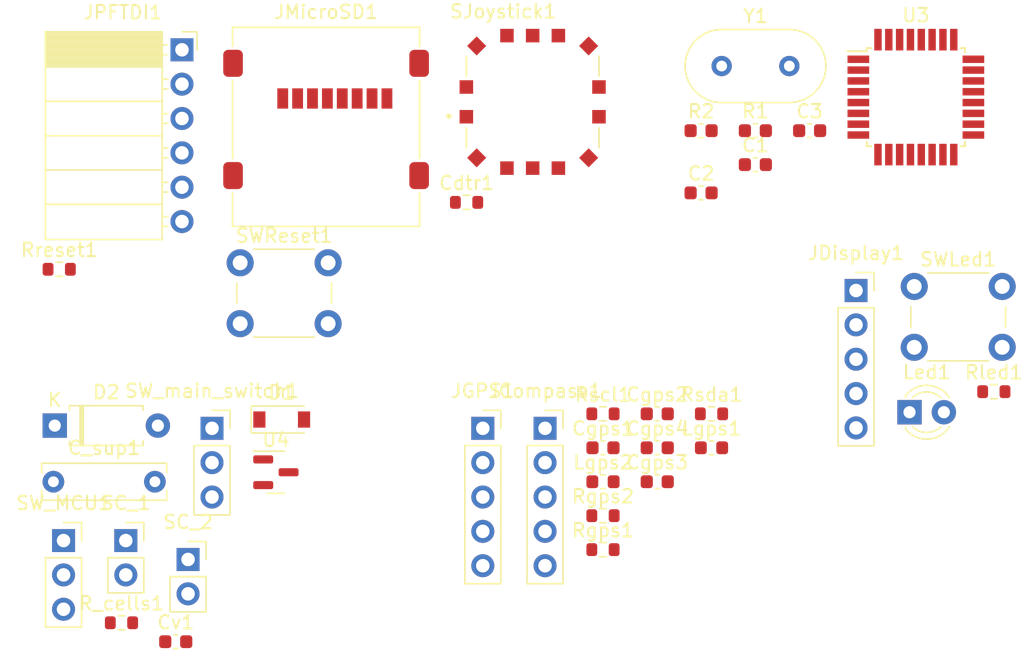
<source format=kicad_pcb>
(kicad_pcb (version 20211014) (generator pcbnew)
  (layers (0 "F.Cu" signal) (31 "B.Cu" signal) (34 "B.Paste" user) (35 "F.Paste" user) (36 "B.SilkS" user "B.Silkscreen") (37 "F.SilkS" user "F.Silkscreen") (38 "B.Mask" user) (39 "F.Mask" user) (44 "Edge.Cuts" user))
  (net 0 "")
  (net 1 "GND")
  (net 2 "+3V3")
  (net 3 "RESET")
  (net 4 "Net-(Cdtr1-Pad2)")
  (net 5 "Net-(D1-Pad2)")
  (net 6 "FTDI_TX")
  (net 7 "FTDI_RX")
  (net 8 "SCL")
  (net 9 "SDA")
  (net 10 "Net-(R_cells1-Pad2)")
  (net 11 "Net-(SC_1-Pad2)")
  (net 13 "gps_tx")
  (net 14 "gps_rx")
  (net 15 "B1")
  (net 16 "B2")
  (net 17 "B3")
  (net 18 "B4")
  (net 19 "B5")
  (net 21 "microSD_cs")
  (net 22 "microSD_di")
  (net 23 "microSD_sclk")
  (net 24 "microSD_do")
  (net 26 "Display_CS")
  (net 27 "Display_WR")
  (net 28 "Display_DA")
  (net 29 "VCC")
  (net 31 "Net-(Led1-Pad1)")
  (net 32 "Net-(Led1-Pad2)")
  (net 34 "Power_level")
  (net 35 "Net-(Cgps3-Pad1)")
  (net 36 "Net-(Cgps3-Pad2)")
  (net 38 "Net-(JGPS1-Pad1)")
  (net 40 "Net-(C1-Pad2)")
  (net 41 "Net-(C2-Pad1)")
  (net 42 "Net-(C3-Pad1)")
  (net 43 "Net-(JGPS1-Pad2)")
  (net 45 "Net-(R1-Pad2)")
  (net 46 "Net-(C_sup1-Pad1)")
  (footprint "Resistor_SMD:R_0603_1608Metric" (layer "F.Cu") (at 227.0936 66.2652)
    (fp_text reference "Rgps1" (at 0 -1.43) (layer "F.SilkS"))
    (fp_text value "200R")
    (fp_line (start -0.237258 -0.5225) (end 0.237258 -0.5225) (layer "F.SilkS") (width 0.12))
    (fp_line (start -0.237258 0.5225) (end 0.237258 0.5225) (layer "F.SilkS") (width 0.12))
    (pad "1" smd roundrect (at -0.825 0) (size 0.8 0.95) (layers "F.Cu" "F.Paste" "F.Mask") (net 13 "gps_tx"))
    (pad "2" smd roundrect (at 0.825 0) (size 0.8 0.95) (layers "F.Cu" "F.Paste" "F.Mask") (net 38 "Net-(JGPS1-Pad1)"))
  )
  (footprint "Resistor_SMD:R_0603_1608Metric" (layer "F.Cu") (at 255.9736 54.5852)
    (fp_text reference "Rled1" (at 0 -1.43) (layer "F.SilkS"))
    (fp_text value "700R")
    (fp_line (start -0.237258 0.5225) (end 0.237258 0.5225) (layer "F.SilkS") (width 0.12))
    (fp_line (start -0.237258 -0.5225) (end 0.237258 -0.5225) (layer "F.SilkS") (width 0.12))
    (pad "1" smd roundrect (at -0.825 0) (size 0.8 0.95) (layers "F.Cu" "F.Paste" "F.Mask") (net 32 "Net-(Led1-Pad2)"))
    (pad "2" smd roundrect (at 0.825 0) (size 0.8 0.95) (layers "F.Cu" "F.Paste" "F.Mask") (net 2 "+3V3"))
  )
  (footprint "Resistor_SMD:R_0603_1608Metric" (layer "F.Cu") (at 235.1136 56.2252)
    (fp_text reference "Rsda1" (at 0 -1.43) (layer "F.SilkS"))
    (fp_text value "10K")
    (fp_line (start -0.237258 -0.5225) (end 0.237258 -0.5225) (layer "F.SilkS") (width 0.12))
    (fp_line (start -0.237258 0.5225) (end 0.237258 0.5225) (layer "F.SilkS") (width 0.12))
    (pad "1" smd roundrect (at -0.825 0) (size 0.8 0.95) (layers "F.Cu" "F.Paste" "F.Mask") (net 2 "+3V3"))
    (pad "2" smd roundrect (at 0.825 0) (size 0.8 0.95) (layers "F.Cu" "F.Paste" "F.Mask") (net 9 "SDA"))
  )
  (footprint "Capacitor_SMD:C_0603_1608Metric" (layer "F.Cu") (at 231.1036 61.2452)
    (fp_text reference "Cgps3" (at 0 -1.43) (layer "F.SilkS"))
    (fp_text value "1uF")
    (fp_line (start -0.14058 0.51) (end 0.14058 0.51) (layer "F.SilkS") (width 0.12))
    (fp_line (start -0.14058 -0.51) (end 0.14058 -0.51) (layer "F.SilkS") (width 0.12))
    (pad "1" smd roundrect (at -0.775 0) (size 0.9 0.95) (layers "F.Cu" "F.Paste" "F.Mask") (net 35 "Net-(Cgps3-Pad1)"))
    (pad "2" smd roundrect (at 0.775 0) (size 0.9 0.95) (layers "F.Cu" "F.Paste" "F.Mask") (net 36 "Net-(Cgps3-Pad2)"))
  )
  (footprint "Diode_SMD:D_SOD-123" (layer "F.Cu") (at 203.3536 56.6452)
    (fp_text reference "D1" (at 0 -2) (layer "F.SilkS"))
    (fp_text value "MBR0530")
    (fp_line (start -2.25 -1) (end 1.65 -1) (layer "F.SilkS") (width 0.12))
    (fp_line (start -2.25 -1) (end -2.25 1) (layer "F.SilkS") (width 0.12))
    (fp_line (start -2.25 1) (end 1.65 1) (layer "F.SilkS") (width 0.12))
    (pad "1" smd rect (at -1.65 0) (size 0.9 1.2) (layers "F.Cu" "F.Paste" "F.Mask") (net 46 "Net-(C_sup1-Pad1)"))
    (pad "2" smd rect (at 1.65 0) (size 0.9 1.2) (layers "F.Cu" "F.Paste" "F.Mask") (net 5 "Net-(D1-Pad2)"))
  )
  (footprint "Connector_PinSocket_2.54mm:PinSocket_1x03_P2.54mm_Vertical" (layer "F.Cu") (at 187.2336 65.5952)
    (fp_text reference "SW_MCU1" (at 0 -2.77) (layer "F.SilkS"))
    (fp_text value "SW_DPDT_x2")
    (fp_line (start -1.33 1.27) (end -1.33 6.41) (layer "F.SilkS") (width 0.12))
    (fp_line (start 1.33 -1.33) (end 1.33 0) (layer "F.SilkS") (width 0.12))
    (fp_line (start -1.33 6.41) (end 1.33 6.41) (layer "F.SilkS") (width 0.12))
    (fp_line (start 0 -1.33) (end 1.33 -1.33) (layer "F.SilkS") (width 0.12))
    (fp_line (start -1.33 1.27) (end 1.33 1.27) (layer "F.SilkS") (width 0.12))
    (fp_line (start 1.33 1.27) (end 1.33 6.41) (layer "F.SilkS") (width 0.12))
    (pad "1" thru_hole rect (at 0 0) (size 1.7 1.7) (drill 1) (layers *.Cu *.Mask))
    (pad "2" thru_hole oval (at 0 2.54) (size 1.7 1.7) (drill 1) (layers *.Cu *.Mask) (net 29 "VCC"))
    (pad "3" thru_hole oval (at 0 5.08) (size 1.7 1.7) (drill 1) (layers *.Cu *.Mask) (net 2 "+3V3"))
  )
  (footprint "Capacitor_SMD:C_0603_1608Metric" (layer "F.Cu") (at 227.0936 58.7352)
    (fp_text reference "Cgps1" (at 0 -1.43) (layer "F.SilkS"))
    (fp_text value "100pF")
    (fp_line (start -0.14058 -0.51) (end 0.14058 -0.51) (layer "F.SilkS") (width 0.12))
    (fp_line (start -0.14058 0.51) (end 0.14058 0.51) (layer "F.SilkS") (width 0.12))
    (pad "1" smd roundrect (at -0.775 0) (size 0.9 0.95) (layers "F.Cu" "F.Paste" "F.Mask") (net 13 "gps_tx"))
    (pad "2" smd roundrect (at 0.775 0) (size 0.9 0.95) (layers "F.Cu" "F.Paste" "F.Mask") (net 1 "GND"))
  )
  (footprint "Package_QFP:TQFP-32_7x7mm_P0.8mm" (layer "F.Cu") (at 250.2136 32.8052)
    (fp_text reference "U3" (at 0 -6.05) (layer "F.SilkS"))
    (fp_text value "ATmega328P-A")
    (fp_line (start 3.625 3.625) (end 3.3 3.625) (layer "F.SilkS") (width 0.15))
    (fp_line (start 3.625 -3.625) (end 3.625 -3.3) (layer "F.SilkS") (width 0.15))
    (fp_line (start 3.625 -3.625) (end 3.3 -3.625) (layer "F.SilkS") (width 0.15))
    (fp_line (start -3.625 -3.625) (end -3.625 -3.4) (layer "F.SilkS") (width 0.15))
    (fp_line (start -3.625 -3.625) (end -3.3 -3.625) (layer "F.SilkS") (width 0.15))
    (fp_line (start -3.625 3.625) (end -3.625 3.3) (layer "F.SilkS") (width 0.15))
    (fp_line (start -3.625 3.625) (end -3.3 3.625) (layer "F.SilkS") (width 0.15))
    (fp_line (start 3.625 3.625) (end 3.625 3.3) (layer "F.SilkS") (width 0.15))
    (fp_line (start -3.625 -3.4) (end -5.05 -3.4) (layer "F.SilkS") (width 0.15))
    (pad "1" smd rect (at -4.25 -2.8) (size 1.6 0.55) (layers "F.Cu" "F.Paste" "F.Mask") (net 14 "gps_rx"))
    (pad "2" smd rect (at -4.25 -2) (size 1.6 0.55) (layers "F.Cu" "F.Paste" "F.Mask") (net 28 "Display_DA"))
    (pad "3" smd rect (at -4.25 -1.2) (size 1.6 0.55) (layers "F.Cu" "F.Paste" "F.Mask") (net 1 "GND"))
    (pad "4" smd rect (at -4.25 -0.4) (size 1.6 0.55) (layers "F.Cu" "F.Paste" "F.Mask") (net 2 "+3V3"))
    (pad "5" smd rect (at -4.25 0.4) (size 1.6 0.55) (layers "F.Cu" "F.Paste" "F.Mask") (net 1 "GND"))
    (pad "6" smd rect (at -4.25 1.2) (size 1.6 0.55) (layers "F.Cu" "F.Paste" "F.Mask") (net 2 "+3V3"))
    (pad "7" smd rect (at -4.25 2) (size 1.6 0.55) (layers "F.Cu" "F.Paste" "F.Mask") (net 41 "Net-(C2-Pad1)"))
    (pad "8" smd rect (at -4.25 2.8) (size 1.6 0.55) (layers "F.Cu" "F.Paste" "F.Mask") (net 42 "Net-(C3-Pad1)"))
    (pad "9" smd rect (at -2.8 4.25 90) (size 1.6 0.55) (layers "F.Cu" "F.Paste" "F.Mask") (net 27 "Display_WR"))
    (pad "10" smd rect (at -2 4.25 90) (size 1.6 0.55) (layers "F.Cu" "F.Paste" "F.Mask") (net 26 "Display_CS"))
    (pad "11" smd rect (at -1.2 4.25 90) (size 1.6 0.55) (layers "F.Cu" "F.Paste" "F.Mask"))
    (pad "12" smd rect (at -0.4 4.25 90) (size 1.6 0.55) (layers "F.Cu" "F.Paste" "F.Mask") (net 15 "B1"))
    (pad "13" smd rect (at 0.4 4.25 90) (size 1.6 0.55) (layers "F.Cu" "F.Paste" "F.Mask") (net 16 "B2"))
    (pad "14" smd rect (at 1.2 4.25 90) (size 1.6 0.55) (layers "F.Cu" "F.Paste" "F.Mask") (net 21 "microSD_cs"))
    (pad "15" smd rect (at 2 4.25 90) (size 1.6 0.55) (layers "F.Cu" "F.Paste" "F.Mask") (net 22 "microSD_di"))
    (pad "16" smd rect (at 2.8 4.25 90) (size 1.6 0.55) (layers "F.Cu" "F.Paste" "F.Mask") (net 23 "microSD_sclk"))
    (pad "17" smd rect (at 4.25 2.8) (size 1.6 0.55) (layers "F.Cu" "F.Paste" "F.Mask") (net 24 "microSD_do"))
    (pad "18" smd rect (at 4.25 2) (size 1.6 0.55) (layers "F.Cu" "F.Paste" "F.Mask") (net 2 "+3V3"))
    (pad "19" smd rect (at 4.25 1.2) (size 1.6 0.55) (layers "F.Cu" "F.Paste" "F.Mask"))
    (pad "20" smd rect (at 4.25 0.4) (size 1.6 0.55) (layers "F.Cu" "F.Paste" "F.Mask") (net 40 "Net-(C1-Pad2)"))
    (pad "21" smd rect (at 4.25 -0.4) (size 1.6 0.55) (layers "F.Cu" "F.Paste" "F.Mask") (net 1 "GND"))
    (pad "22" smd rect (at 4.25 -1.2) (size 1.6 0.55) (layers "F.Cu" "F.Paste" "F.Mask") (net 45 "Net-(R1-Pad2)"))
    (pad "23" smd rect (at 4.25 -2) (size 1.6 0.55) (layers "F.Cu" "F.Paste" "F.Mask"))
    (pad "24" smd rect (at 4.25 -2.8) (size 1.6 0.55) (layers "F.Cu" "F.Paste" "F.Mask") (net 17 "B3"))
    (pad "25" smd rect (at 2.8 -4.25 90) (size 1.6 0.55) (layers "F.Cu" "F.Paste" "F.Mask") (net 18 "B4"))
    (pad "26" smd rect (at 2 -4.25 90) (size 1.6 0.55) (layers "F.Cu" "F.Paste" "F.Mask") (net 19 "B5"))
    (pad "27" smd rect (at 1.2 -4.25 90) (size 1.6 0.55) (layers "F.Cu" "F.Paste" "F.Mask") (net 9 "SDA"))
    (pad "28" smd rect (at 0.4 -4.25 90) (size 1.6 0.55) (layers "F.Cu" "F.Paste" "F.Mask") (net 8 "SCL"))
    (pad "29" smd rect (at -0.4 -4.25 90) (size 1.6 0.55) (layers "F.Cu" "F.Paste" "F.Mask") (net 3 "RESET"))
    (pad "30" smd rect (at -1.2 -4.25 90) (size 1.6 0.55) (layers "F.Cu" "F.Paste" "F.Mask") (net 7 "FTDI_RX"))
    (pad "31" smd rect (at -2 -4.25 90) (size 1.6 0.55) (layers "F.Cu" "F.Paste" "F.Mask") (net 6 "FTDI_TX"))
    (pad "32" smd rect (at -2.8 -4.25 90) (size 1.6 0.55) (layers "F.Cu" "F.Paste" "F.Mask") (net 13 "gps_tx"))
  )
  (footprint "Resistor_SMD:R_0603_1608Metric" (layer "F.Cu") (at 191.5136 71.6752)
    (fp_text reference "R_cells1" (at 0 -1.43) (layer "F.SilkS"))
    (fp_text value "R59")
    (fp_line (start -0.237258 -0.5225) (end 0.237258 -0.5225) (layer "F.SilkS") (width 0.12))
    (fp_line (start -0.237258 0.5225) (end 0.237258 0.5225) (layer "F.SilkS") (width 0.12))
    (pad "1" smd roundrect (at -0.825 0) (size 0.8 0.95) (layers "F.Cu" "F.Paste" "F.Mask") (net 5 "Net-(D1-Pad2)"))
    (pad "2" smd roundrect (at 0.825 0) (size 0.8 0.95) (layers "F.Cu" "F.Paste" "F.Mask") (net 10 "Net-(R_cells1-Pad2)"))
  )
  (footprint "Connector_PinSocket_2.54mm:PinSocket_1x05_P2.54mm_Vertical" (layer "F.Cu") (at 218.2136 57.2952)
    (fp_text reference "JGPS1" (at 0 -2.77) (layer "F.SilkS"))
    (fp_text value "Conn_01x05")
    (fp_line (start 1.33 1.27) (end 1.33 11.49) (layer "F.SilkS") (width 0.12))
    (fp_line (start 0 -1.33) (end 1.33 -1.33) (layer "F.SilkS") (width 0.12))
    (fp_line (start -1.33 1.27) (end 1.33 1.27) (layer "F.SilkS") (width 0.12))
    (fp_line (start -1.33 11.49) (end 1.33 11.49) (layer "F.SilkS") (width 0.12))
    (fp_line (start -1.33 1.27) (end -1.33 11.49) (layer "F.SilkS") (width 0.12))
    (fp_line (start 1.33 -1.33) (end 1.33 0) (layer "F.SilkS") (width 0.12))
    (pad "1" thru_hole rect (at 0 0) (size 1.7 1.7) (drill 1) (layers *.Cu *.Mask) (net 38 "Net-(JGPS1-Pad1)"))
    (pad "2" thru_hole oval (at 0 2.54) (size 1.7 1.7) (drill 1) (layers *.Cu *.Mask) (net 43 "Net-(JGPS1-Pad2)"))
    (pad "3" thru_hole oval (at 0 5.08) (size 1.7 1.7) (drill 1) (layers *.Cu *.Mask) (net 35 "Net-(Cgps3-Pad1)"))
    (pad "4" thru_hole oval (at 0 7.62) (size 1.7 1.7) (drill 1) (layers *.Cu *.Mask) (net 36 "Net-(Cgps3-Pad2)"))
    (pad "5" thru_hole oval (at 0 10.16) (size 1.7 1.7) (drill 1) (layers *.Cu *.Mask))
  )
  (footprint "Capacitor_SMD:C_0603_1608Metric" (layer "F.Cu") (at 242.3636 35.2852)
    (fp_text reference "C3" (at 0 -1.43) (layer "F.SilkS"))
    (fp_text value "22pF")
    (fp_line (start -0.14058 -0.51) (end 0.14058 -0.51) (layer "F.SilkS") (width 0.12))
    (fp_line (start -0.14058 0.51) (end 0.14058 0.51) (layer "F.SilkS") (width 0.12))
    (pad "1" smd roundrect (at -0.775 0) (size 0.9 0.95) (layers "F.Cu" "F.Paste" "F.Mask") (net 42 "Net-(C3-Pad1)"))
    (pad "2" smd roundrect (at 0.775 0) (size 0.9 0.95) (layers "F.Cu" "F.Paste" "F.Mask") (net 1 "GND"))
  )
  (footprint "Resistor_SMD:R_0603_1608Metric" (layer "F.Cu") (at 217.0136 40.5852)
    (fp_text reference "Cdtr1" (at 0 -1.43) (layer "F.SilkS"))
    (fp_text value "0.1uF")
    (fp_line (start -0.237258 -0.5225) (end 0.237258 -0.5225) (layer "F.SilkS") (width 0.12))
    (fp_line (start -0.237258 0.5225) (end 0.237258 0.5225) (layer "F.SilkS") (width 0.12))
    (pad "1" smd roundrect (at -0.825 0) (size 0.8 0.95) (layers "F.Cu" "F.Paste" "F.Mask") (net 3 "RESET"))
    (pad "2" smd roundrect (at 0.825 0) (size 0.8 0.95) (layers "F.Cu" "F.Paste" "F.Mask") (net 4 "Net-(Cdtr1-Pad2)"))
  )
  (footprint "Button_Switch_THT:SW_PUSH_6mm" (layer "F.Cu") (at 250.0936 46.8052)
    (fp_text reference "SWLed1" (at 3.25 -2) (layer "F.SilkS"))
    (fp_text value "SW_Reset")
    (fp_line (start -0.25 1.5) (end -0.25 3) (layer "F.SilkS") (width 0.12))
    (fp_line (start 6.75 3) (end 6.75 1.5) (layer "F.SilkS") (width 0.12))
    (fp_line (start 1 5.5) (end 5.5 5.5) (layer "F.SilkS") (width 0.12))
    (fp_line (start 5.5 -1) (end 1 -1) (layer "F.SilkS") (width 0.12))
    (pad "1" thru_hole circle (at 6.5 0 90) (size 2 2) (drill 1.1) (layers *.Cu *.Mask) (net 1 "GND"))
    (pad "1" thru_hole circle (at 0 0 90) (size 2 2) (drill 1.1) (layers *.Cu *.Mask) (net 1 "GND"))
    (pad "2" thru_hole circle (at 6.5 4.5 90) (size 2 2) (drill 1.1) (layers *.Cu *.Mask) (net 31 "Net-(Led1-Pad1)"))
    (pad "2" thru_hole circle (at 0 4.5 90) (size 2 2) (drill 1.1) (layers *.Cu *.Mask) (net 31 "Net-(Led1-Pad1)"))
  )
  (footprint "Connector_PinSocket_2.54mm:PinSocket_1x02_P2.54mm_Vertical" (layer "F.Cu") (at 196.4336 66.9952)
    (fp_text reference "SC_2" (at 0 -2.77) (layer "F.SilkS"))
    (fp_text value "Solar_Cell")
    (fp_line (start -1.33 1.27) (end 1.33 1.27) (layer "F.SilkS") (width 0.12))
    (fp_line (start 0 -1.33) (end 1.33 -1.33) (layer "F.SilkS") (width 0.12))
    (fp_line (start -1.33 1.27) (end -1.33 3.87) (layer "F.SilkS") (width 0.12))
    (fp_line (start 1.33 1.27) (end 1.33 3.87) (layer "F.SilkS") (width 0.12))
    (fp_line (start -1.33 3.87) (end 1.33 3.87) (layer "F.SilkS") (width 0.12))
    (fp_line (start 1.33 -1.33) (end 1.33 0) (layer "F.SilkS") (width 0.12))
    (pad "1" thru_hole rect (at 0 0) (size 1.7 1.7) (drill 1) (layers *.Cu *.Mask) (net 11 "Net-(SC_1-Pad2)"))
    (pad "2" thru_hole oval (at 0 2.54) (size 1.7 1.7) (drill 1) (layers *.Cu *.Mask) (net 1 "GND"))
  )
  (footprint "Connector_PinSocket_2.54mm:PinSocket_1x05_P2.54mm_Vertical" (layer "F.Cu") (at 245.7936 47.1052)
    (fp_text reference "JDisplay1" (at 0 -2.77) (layer "F.SilkS"))
    (fp_text value "Conn_01x05")
    (fp_line (start 1.33 -1.33) (end 1.33 0) (layer "F.SilkS") (width 0.12))
    (fp_line (start -1.33 11.49) (end 1.33 11.49) (layer "F.SilkS") (width 0.12))
    (fp_line (start 0 -1.33) (end 1.33 -1.33) (layer "F.SilkS") (width 0.12))
    (fp_line (start -1.33 1.27) (end 1.33 1.27) (layer "F.SilkS") (width 0.12))
    (fp_line (start -1.33 1.27) (end -1.33 11.49) (layer "F.SilkS") (width 0.12))
    (fp_line (start 1.33 1.27) (end 1.33 11.49) (layer "F.SilkS") (width 0.12))
    (pad "1" thru_hole rect (at 0 0) (size 1.7 1.7) (drill 1) (layers *.Cu *.Mask) (net 1 "GND"))
    (pad "2" thru_hole oval (at 0 2.54) (size 1.7 1.7) (drill 1) (layers *.Cu *.Mask) (net 2 "+3V3"))
    (pad "3" thru_hole oval (at 0 5.08) (size 1.7 1.7) (drill 1) (layers *.Cu *.Mask) (net 28 "Display_DA"))
    (pad "4" thru_hole oval (at 0 7.62) (size 1.7 1.7) (drill 1) (layers *.Cu *.Mask) (net 27 "Display_WR"))
    (pad "5" thru_hole oval (at 0 10.16) (size 1.7 1.7) (drill 1) (layers *.Cu *.Mask) (net 26 "Display_CS"))
  )
  (footprint "Connector_PinSocket_2.54mm:PinSocket_1x02_P2.54mm_Vertical" (layer "F.Cu") (at 191.8336 65.5952)
    (fp_text reference "SC_1" (at 0 -2.77) (layer "F.SilkS"))
    (fp_text value "Solar_Cell")
    (fp_line (start -1.33 1.27) (end 1.33 1.27) (layer "F.SilkS") (width 0.12))
    (fp_line (start -1.33 1.27) (end -1.33 3.87) (layer "F.SilkS") (width 0.12))
    (fp_line (start -1.33 3.87) (end 1.33 3.87) (layer "F.SilkS") (width 0.12))
    (fp_line (start 0 -1.33) (end 1.33 -1.33) (layer "F.SilkS") (width 0.12))
    (fp_line (start 1.33 1.27) (end 1.33 3.87) (layer "F.SilkS") (width 0.12))
    (fp_line (start 1.33 -1.33) (end 1.33 0) (layer "F.SilkS") (width 0.12))
    (pad "1" thru_hole rect (at 0 0) (size 1.7 1.7) (drill 1) (layers *.Cu *.Mask) (net 10 "Net-(R_cells1-Pad2)"))
    (pad "2" thru_hole oval (at 0 2.54) (size 1.7 1.7) (drill 1) (layers *.Cu *.Mask) (net 11 "Net-(SC_1-Pad2)"))
  )
  (footprint "Resistor_SMD:R_0603_1608Metric" (layer "F.Cu") (at 227.0936 63.7552)
    (fp_text reference "Rgps2" (at 0 -1.43) (layer "F.SilkS"))
    (fp_text value "200R")
    (fp_line (start -0.237258 0.5225) (end 0.237258 0.5225) (layer "F.SilkS") (width 0.12))
    (fp_line (start -0.237258 -0.5225) (end 0.237258 -0.5225) (layer "F.SilkS") (width 0.12))
    (pad "1" smd roundrect (at -0.825 0) (size 0.8 0.95) (layers "F.Cu" "F.Paste" "F.Mask") (net 14 "gps_rx"))
    (pad "2" smd roundrect (at 0.825 0) (size 0.8 0.95) (layers "F.Cu" "F.Paste" "F.Mask") (net 43 "Net-(JGPS1-Pad2)"))
  )
  (footprint "Capacitor_THT:C_Rect_L9.0mm_W2.5mm_P7.50mm_MKT" (layer "F.Cu") (at 186.4836 61.2452)
    (fp_text reference "C_sup1" (at 3.75 -2.5) (layer "F.SilkS"))
    (fp_text value "3.9v200F")
    (fp_line (start -0.87 0.665) (end -0.87 1.37) (layer "F.SilkS") (width 0.12))
    (fp_line (start -0.87 -1.37) (end -0.87 -0.665) (layer "F.SilkS") (width 0.12))
    (fp_line (start 8.37 -1.37) (end 8.37 -0.665) (layer "F.SilkS") (width 0.12))
    (fp_line (start -0.87 -1.37) (end 8.37 -1.37) (layer "F.SilkS") (width 0.12))
    (fp_line (start 8.37 0.665) (end 8.37 1.37) (layer "F.SilkS") (width 0.12))
    (fp_line (start -0.87 1.37) (end 8.37 1.37) (layer "F.SilkS") (width 0.12))
    (pad "1" thru_hole circle (at 0 0) (size 1.6 1.6) (drill 0.8) (layers *.Cu *.Mask) (net 46 "Net-(C_sup1-Pad1)"))
    (pad "2" thru_hole circle (at 7.5 0) (size 1.6 1.6) (drill 0.8) (layers *.Cu *.Mask) (net 1 "GND"))
  )
  (footprint "Connector_Card:microSD_HC_Molex_47219-2001" (layer "F.Cu") (at 206.6336 35.0052)
    (fp_text reference "JMicroSD1" (at 0 -8.5 unlocked) (layer "F.SilkS"))
    (fp_text value "Micro_SD_Card")
    (fp_line (start -6.91 7.36) (end 6.91 7.36) (layer "F.SilkS") (width 0.12))
    (fp_line (start -6.91 -7.36) (end 6.91 -7.36) (layer "F.SilkS") (width 0.12))
    (fp_line (start -6.91 4.86) (end -6.91 7.36) (layer "F.SilkS") (width 0.12))
    (fp_line (start 6.91 4.86) (end 6.91 7.36) (layer "F.SilkS") (width 0.12))
    (fp_line (start -6.91 -7.36) (end -6.91 -5.96) (layer "F.SilkS") (width 0.12))
    (fp_line (start -6.91 2.34) (end -6.91 -3.44) (layer "F.SilkS") (width 0.12))
    (fp_line (start 6.91 -3.44) (end 6.91 2.34) (layer "F.SilkS") (width 0.12))
    (fp_line (start 6.91 -7.36) (end 6.91 -5.96) (layer "F.SilkS") (width 0.12))
    (pad "1" smd rect (at -3.205 -2.1) (size 0.8 1.5) (layers "F.Cu" "F.Paste" "F.Mask") (net 21 "microSD_cs"))
    (pad "2" smd rect (at -2.105 -2.1) (size 0.8 1.5) (layers "F.Cu" "F.Paste" "F.Mask") (net 22 "microSD_di"))
    (pad "3" smd rect (at -1.005 -2.1) (size 0.8 1.5) (layers "F.Cu" "F.Paste" "F.Mask") (net 1 "GND"))
    (pad "4" smd rect (at 0.095 -2.1) (size 0.8 1.5) (layers "F.Cu" "F.Paste" "F.Mask") (net 2 "+3V3"))
    (pad "5" smd rect (at 1.195 -2.1) (size 0.8 1.5) (layers "F.Cu" "F.Paste" "F.Mask") (net 23 "microSD_sclk"))
    (pad "6" smd rect (at 2.295 -2.1) (size 0.8 1.5) (layers "F.Cu" "F.Paste" "F.Mask") (net 1 "GND"))
    (pad "7" smd rect (at 3.395 -2.1) (size 0.8 1.5) (layers "F.Cu" "F.Paste" "F.Mask") (net 24 "microSD_do"))
    (pad "8" smd rect (at 4.495 -2.1) (size 0.8 1.5) (layers "F.Cu" "F.Paste" "F.Mask"))
    (pad "9" smd roundrect (at 6.875 -4.7) (size 1.45 2) (layers "F.Cu" "F.Paste" "F.Mask") (net 1 "GND"))
    (pad "9" smd roundrect (at 6.875 3.6) (size 1.45 2) (layers "F.Cu" "F.Paste" "F.Mask") (net 1 "GND"))
    (pad "9" smd roundrect (at -6.875 -4.7) (size 1.45 2) (layers "F.Cu" "F.Paste" "F.Mask") (net 1 "GND"))
    (pad "9" smd roundrect (at -6.875 3.6) (size 1.45 2) (layers "F.Cu" "F.Paste" "F.Mask") (net 1 "GND"))
  )
  (footprint "Resistor_SMD:R_0603_1608Metric" (layer "F.Cu") (at 227.0936 56.2252)
    (fp_text reference "Rscl1" (at 0 -1.43) (layer "F.SilkS"))
    (fp_text value "10K")
    (fp_line (start -0.237258 0.5225) (end 0.237258 0.5225) (layer "F.SilkS") (width 0.12))
    (fp_line (start -0.237258 -0.5225) (end 0.237258 -0.5225) (layer "F.SilkS") (width 0.12))
    (pad "1" smd roundrect (at -0.825 0) (size 0.8 0.95) (layers "F.Cu" "F.Paste" "F.Mask") (net 2 "+3V3"))
    (pad "2" smd roundrect (at 0.825 0) (size 0.8 0.95) (layers "F.Cu" "F.Paste" "F.Mask") (net 8 "SCL"))
  )
  (footprint "Capacitor_SMD:C_0603_1608Metric" (layer "F.Cu") (at 234.3436 39.8852)
    (fp_text reference "C2" (at 0 -1.43) (layer "F.SilkS"))
    (fp_text value "22pF")
    (fp_line (start -0.14058 0.51) (end 0.14058 0.51) (layer "F.SilkS") (width 0.12))
    (fp_line (start -0.14058 -0.51) (end 0.14058 -0.51) (layer "F.SilkS") (width 0.12))
    (pad "1" smd roundrect (at -0.775 0) (size 0.9 0.95) (layers "F.Cu" "F.Paste" "F.Mask") (net 41 "Net-(C2-Pad1)"))
    (pad "2" smd roundrect (at 0.775 0) (size 0.9 0.95) (layers "F.Cu" "F.Paste" "F.Mask") (net 1 "GND"))
  )
  (footprint "Capacitor_SMD:C_0603_1608Metric" (layer "F.Cu") (at 231.1036 56.2252)
    (fp_text reference "Cgps2" (at 0 -1.43) (layer "F.SilkS"))
    (fp_text value "100pF")
    (fp_line (start -0.14058 0.51) (end 0.14058 0.51) (layer "F.SilkS") (width 0.12))
    (fp_line (start -0.14058 -0.51) (end 0.14058 -0.51) (layer "F.SilkS") (width 0.12))
    (pad "1" smd roundrect (at -0.775 0) (size 0.9 0.95) (layers "F.Cu" "F.Paste" "F.Mask") (net 14 "gps_rx"))
    (pad "2" smd roundrect (at 0.775 0) (size 0.9 0.95) (layers "F.Cu" "F.Paste" "F.Mask") (net 1 "GND"))
  )
  (footprint "Button_Switch_THT:SW_PUSH_6mm" (layer "F.Cu") (at 200.2836 45.0552)
    (fp_text reference "SWReset1" (at 3.25 -2) (layer "F.SilkS"))
    (fp_text value "SW_Reset")
    (fp_line (start 1 5.5) (end 5.5 5.5) (layer "F.SilkS") (width 0.12))
    (fp_line (start 5.5 -1) (end 1 -1) (layer "F.SilkS") (width 0.12))
    (fp_line (start -0.25 1.5) (end -0.25 3) (layer "F.SilkS") (width 0.12))
    (fp_line (start 6.75 3) (end 6.75 1.5) (layer "F.SilkS") (width 0.12))
    (pad "1" thru_hole circle (at 0 0 90) (size 2 2) (drill 1.1) (layers *.Cu *.Mask) (net 1 "GND"))
    (pad "1" thru_hole circle (at 6.5 0 90) (size 2 2) (drill 1.1) (layers *.Cu *.Mask) (net 1 "GND"))
    (pad "2" thru_hole circle (at 0 4.5 90) (size 2 2) (drill 1.1) (layers *.Cu *.Mask) (net 3 "RESET"))
    (pad "2" thru_hole circle (at 6.5 4.5 90) (size 2 2) (drill 1.1) (layers *.Cu *.Mask) (net 3 "RESET"))
  )
  (footprint "Diode_THT:D_A-405_P7.62mm_Horizontal" (layer "F.Cu") (at 186.5836 57.0952)
    (fp_text reference "D2" (at 3.81 -2.47) (layer "F.SilkS"))
    (fp_text value "BZV55B3V9")
    (fp_text user "K" (at 0 -1.9) (layer "F.SilkS"))
    (fp_line (start 6.53 1.47) (end 6.53 1.14) (layer "F.SilkS") (width 0.12))
    (fp_line (start 1.09 -1.14) (end 1.09 -1.47) (layer "F.SilkS") (width 0.12))
    (fp_line (start 1.09 -1.47) (end 6.53 -1.47) (layer "F.SilkS") (width 0.12))
    (fp_line (start 1.09 1.14) (end 1.09 1.47) (layer "F.SilkS") (width 0.12))
    (fp_line (start 1.09 1.47) (end 6.53 1.47) (layer "F.SilkS") (width 0.12))
    (fp_line (start 1.87 -1.47) (end 1.87 1.47) (layer "F.SilkS") (width 0.12))
    (fp_line (start 1.99 -1.47) (end 1.99 1.47) (layer "F.SilkS") (width 0.12))
    (fp_line (start 6.53 -1.47) (end 6.53 -1.14) (layer "F.SilkS") (width 0.12))
    (fp_line (start 2.11 -1.47) (end 2.11 1.47) (layer "F.SilkS") (width 0.12))
    (pad "1" thru_hole rect (at 0 0) (size 1.8 1.8) (drill 0.9) (layers *.Cu *.Mask) (net 46 "Net-(C_sup1-Pad1)"))
    (pad "2" thru_hole oval (at 7.62 0) (size 1.8 1.8) (drill 0.9) (layers *.Cu *.Mask) (net 1 "GND"))
  )
  (footprint "Crystal:Resonator-2Pin_W10.0mm_H5.0mm" (layer "F.Cu") (at 235.8636 30.5052)
    (fp_text reference "Y1" (at 2.5 -3.7) (layer "F.SilkS"))
    (fp_text value "Crystal")
    (fp_line (start 0 -2.7) (end 5 -2.7) (layer "F.SilkS") (width 0.12))
    (fp_line (start 0 2.7) (end 5 2.7) (layer "F.SilkS") (width 0.12))
    (fp_arc (start 0 2.7) (mid -2.7 0) (end 0 -2.7) (layer "F.SilkS") (width 0.12))
    (fp_arc (start 5 -2.7) (mid 7.7 0) (end 5 2.7) (layer "F.SilkS") (width 0.12))
    (pad "1" thru_hole circle (at 0 0) (size 1.5 1.5) (drill 0.8) (layers *.Cu *.Mask) (net 42 "Net-(C3-Pad1)"))
    (pad "2" thru_hole circle (at 5 0) (size 1.5 1.5) (drill 0.8) (layers *.Cu *.Mask) (net 41 "Net-(C2-Pad1)"))
  )
  (footprint "Capacitor_SMD:C_0603_1608Metric" (layer "F.Cu") (at 231.1036 58.7352)
    (fp_text reference "Cgps4" (at 0 -1.43) (layer "F.SilkS"))
    (fp_text value "100pF")
    (fp_line (start -0.14058 0.51) (end 0.14058 0.51) (layer "F.SilkS") (width 0.12))
    (fp_line (start -0.14058 -0.51) (end 0.14058 -0.51) (layer "F.SilkS") (width 0.12))
    (pad "1" smd roundrect (at -0.775 0) (size 0.9 0.95) (layers "F.Cu" "F.Paste" "F.Mask") (net 35 "Net-(Cgps3-Pad1)"))
    (pad "2" smd roundrect (at 0.775 0) (size 0.9 0.95) (layers "F.Cu" "F.Paste" "F.Mask") (net 36 "Net-(Cgps3-Pad2)"))
  )
  (footprint "Inductor_SMD:L_0603_1608Metric" (layer "F.Cu") (at 227.0936 61.2452)
    (fp_text reference "Lgps2" (at 0 -1.43) (layer "F.SilkS"))
    (fp_text value "33nH")
    (fp_line (start -0.162779 -0.51) (end 0.162779 -0.51) (layer "F.SilkS") (width 0.12))
    (fp_line (start -0.162779 0.51) (end 0.162779 0.51) (layer "F.SilkS") (width 0.12))
    (pad "1" smd roundrect (at -0.7875 0) (size 0.875 0.95) (layers "F.Cu" "F.Paste" "F.Mask") (net 1 "GND"))
    (pad "2" smd roundrect (at 0.7875 0) (size 0.875 0.95) (layers "F.Cu" "F.Paste" "F.Mask") (net 36 "Net-(Cgps3-Pad2)"))
  )
  (footprint "Connector_PinSocket_2.54mm:PinSocket_1x05_P2.54mm_Vertical" (layer "F.Cu") (at 222.8136 57.2952)
    (fp_text reference "JCompass1" (at 0 -2.77) (layer "F.SilkS"))
    (fp_text value "Conn_01x05")
    (fp_line (start 1.33 1.27) (end 1.33 11.49) (layer "F.SilkS") (width 0.12))
    (fp_line (start 1.33 -1.33) (end 1.33 0) (layer "F.SilkS") (width 0.12))
    (fp_line (start 0 -1.33) (end 1.33 -1.33) (layer "F.SilkS") (width 0.12))
    (fp_line (start -1.33 1.27) (end -1.33 11.49) (layer "F.SilkS") (width 0.12))
    (fp_line (start -1.33 11.49) (end 1.33 11.49) (layer "F.SilkS") (width 0.12))
    (fp_line (start -1.33 1.27) (end 1.33 1.27) (layer "F.SilkS") (width 0.12))
    (pad "1" thru_hole rect (at 0 0) (size 1.7 1.7) (drill 1) (layers *.Cu *.Mask) (net 2 "+3V3"))
    (pad "2" thru_hole oval (at 0 2.54) (size 1.7 1.7) (drill 1) (layers *.Cu *.Mask) (net 1 "GND"))
    (pad "3" thru_hole oval (at 0 5.08) (size 1.7 1.7) (drill 1) (layers *.Cu *.Mask) (net 8 "SCL"))
    (pad "4" thru_hole oval (at 0 7.62) (size 1.7 1.7) (drill 1) (layers *.Cu *.Mask) (net 9 "SDA"))
    (pad "5" thru_hole oval (at 0 10.16) (size 1.7 1.7) (drill 1) (layers *.Cu *.Mask))
  )
  (footprint "Inductor_SMD:L_0603_1608Metric" (layer "F.Cu") (at 235.1136 58.7352)
    (fp_text reference "Lgps1" (at 0 -1.43) (layer "F.SilkS"))
    (fp_text value "33nH")
    (fp_line (start -0.162779 0.51) (end 0.162779 0.51) (layer "F.SilkS") (width 0.12))
    (fp_line (start -0.162779 -0.51) (end 0.162779 -0.51) (layer "F.SilkS") (width 0.12))
    (pad "1" smd roundrect (at -0.7875 0) (size 0.875 0.95) (layers "F.Cu" "F.Paste" "F.Mask") (net 29 "VCC"))
    (pad "2" smd roundrect (at 0.7875 0) (size 0.875 0.95) (layers "F.Cu" "F.Paste" "F.Mask") (net 35 "Net-(Cgps3-Pad1)"))
  )
  (footprint "LED_THT:LED_D3.0mm" (layer "F.Cu") (at 249.7436 56.1052)
    (fp_text reference "Led1" (at 1.27 -2.96) (layer "F.SilkS"))
    (fp_text value "LED")
    (fp_line (start -0.29 -1.236) (end -0.29 -1.08) (layer "F.SilkS") (width 0.12))
    (fp_line (start -0.29 1.08) (end -0.29 1.236) (layer "F.SilkS") (width 0.12))
    (fp_arc (start 0.229039 -1.08) (mid 1.270117 -1.5) (end 2.31113 -1.079837) (layer "F.SilkS") (width 0.12))
    (fp_arc (start -0.29 -1.235516) (mid 1.366487 -1.987659) (end 2.942335 -1.078608) (layer "F.SilkS") (width 0.12))
    (fp_arc (start 2.31113 1.079837) (mid 1.270117 1.5) (end 0.229039 1.08) (layer "F.SilkS") (width 0.12))
    (fp_arc (start 2.942335 1.078608) (mid 1.366487 1.987659) (end -0.29 1.235516) (layer "F.SilkS") (width 0.12))
    (pad "1" thru_hole rect (at 0 0) (size 1.8 1.8) (drill 0.9) (layers *.Cu *.Mask) (net 31 "Net-(Led1-Pad1)"))
    (pad "2" thru_hole circle (at 2.54 0) (size 1.8 1.8) (drill 0.9) (layers *.Cu *.Mask) (net 32 "Net-(Led1-Pad2)"))
  )
  (footprint "Connector_PinSocket_2.54mm:PinSocket_1x06_P2.54mm_Horizontal" (layer "F.Cu") (at 195.9836 29.3052)
    (fp_text reference "JPFTDI1" (at -4.38 -2.77) (layer "F.SilkS"))
    (fp_text value "FTDI_basic")
    (fp_line (start -10.09 8.89) (end -1.46 8.89) (layer "F.SilkS") (width 0.12))
    (fp_line (start -1.46 5.44) (end -1.05 5.44) (layer "F.SilkS") (width 0.12))
    (fp_line (start -1.46 -0.36) (end -1.11 -0.36) (layer "F.SilkS") (width 0.12))
    (fp_line (start -10.09 -0.50143) (end -1.46 -0.50143) (layer "F.SilkS") (width 0.12))
    (fp_line (start -1.46 -1.33) (end -1.46 14.03) (layer "F.SilkS") (width 0.12))
    (fp_line (start -1.46 2.9) (end -1.05 2.9) (layer "F.SilkS") (width 0.12))
    (fp_line (start -10.09 11.43) (end -1.46 11.43) (layer "F.SilkS") (width 0.12))
    (fp_line (start -1.46 2.18) (end -1.05 2.18) (layer "F.SilkS") (width 0.12))
    (fp_line (start -10.09 -0.26524) (end -1.46 -0.26524) (layer "F.SilkS") (width 0.12))
    (fp_line (start -10.09 14.03) (end -1.46 14.03) (layer "F.SilkS") (width 0.12))
    (fp_line (start -1.46 10.52) (end -1.05 10.52) (layer "F.SilkS") (width 0.12))
    (fp_line (start 1.11 -1.33) (end 1.11 0) (layer "F.SilkS") (width 0.12))
    (fp_line (start -10.09 -0.73762) (end -1.46 -0.73762) (layer "F.SilkS") (width 0.12))
    (fp_line (start 0 -1.33) (end 1.11 -1.33) (layer "F.SilkS") (width 0.12))
    (fp_line (start -10.09 3.81) (end -1.46 3.81) (layer "F.SilkS") (width 0.12))
    (fp_line (start -10.09 -0.855715) (end -1.46 -0.855715) (layer "F.SilkS") (width 0.12))
    (fp_line (start -10.09 0.325235) (end -1.46 0.325235) (layer "F.SilkS") (width 0.12))
    (fp_line (start -10.09 0.20714) (end -1.46 0.20714) (layer "F.SilkS") (width 0.12))
    (fp_line (start -10.09 -0.383335) (end -1.46 -0.383335) (layer "F.SilkS") (width 0.12))
    (fp_line (start -1.46 4.72) (end -1.05 4.72) (layer "F.SilkS") (width 0.12))
    (fp_line (start -10.09 0.089045) (end -1.46 0.089045) (layer "F.SilkS") (width 0.12))
    (fp_line (start -10.09 -1.21) (end -1.46 -1.21) (layer "F.SilkS") (width 0.12))
    (fp_line (start -10.09 1.27) (end -1.46 1.27) (layer "F.SilkS") (width 0.12))
    (fp_line (start -10.09 -1.091905) (end -1.46 -1.091905) (layer "F.SilkS") (width 0.12))
    (fp_line (start -10.09 0.44333) (end -1.46 0.44333) (layer "F.SilkS") (width 0.12))
    (fp_line (start -10.09 1.033805) (end -1.46 1.033805) (layer "F.SilkS") (width 0.12))
    (fp_line (start -1.46 9.8) (end -1.05 9.8) (layer "F.SilkS") (width 0.12))
    (fp_line (start -10.09 -1.33) (end -10.09 14.03) (layer "F.SilkS") (width 0.12))
    (fp_line (start -10.09 -0.147145) (end -1.46 -0.147145) (layer "F.SilkS") (width 0.12))
    (fp_line (start -1.46 7.98) (end -1.05 7.98) (layer "F.SilkS") (width 0.12))
    (fp_line (start -1.46 12.34) (end -1.05 12.34) (layer "F.SilkS") (width 0.12))
    (fp_line (start -10.09 0.797615) (end -1.46 0.797615) (layer "F.SilkS") (width 0.12))
    (fp_line (start -10.09 1.1519) (end -1.46 1.1519) (layer "F.SilkS") (width 0.12))
    (fp_line (start -10.09 0.67952) (end -1.46 0.67952) (layer "F.SilkS") (width 0.12))
    (fp_line (start -1.46 0.36) (end -1.11 0.36) (layer "F.SilkS") (width 0.12))
    (fp_line (start -10.09 -0.97381) (end -1.46 -0.97381) (layer "F.SilkS") (width 0.12))
    (fp_line (start -1.46 7.26) (end -1.05 7.26) (layer "F.SilkS") (width 0.12))
    (fp_line (start -10.09 0.91571) (end -1.46 0.91571) (layer "F.SilkS") (width 0.12))
    (fp_line (start -1.46 13.06) (end -1.05 13.06) (layer "F.SilkS") (width 0.12))
    (fp_line (start -10.09 0.561425) (end -1.46 0.561425) (layer "F.SilkS") (width 0.12))
    (fp_line (start -10.09 6.35) (end -1.46 6.35) (layer "F.SilkS") (width 0.12))
    (fp_line (start -10.09 -0.619525) (end -1.46 -0.619525) (layer "F.SilkS") (width 0.12))
    (fp_line (start -10.09 -0.02905) (end -1.46 -0.02905) (layer "F.SilkS") (width 0.12))
    (fp_line (start -10.09 -1.33) (end -1.46 -1.33) (layer "F.SilkS") (width 0.12))
    (pad "1" thru_hole rect (at 0 0) (size 1.7 1.7) (drill 1) (layers *.Cu *.Mask) (net 4 "Net-(Cdtr1-Pad2)"))
    (pad "2" thru_hole oval (at 0 2.54) (size 1.7 1.7) (drill 1) (layers *.Cu *.Mask) (net 6 "FTDI_TX"))
    (pad "3" thru_hole oval (at 0 5.08) (size 1.7 1.7) (drill 1) (layers *.Cu *.Mask) (net 7 "FTDI_RX"))
    (pad "4" thru_hole oval (at 0 7.62) (size 1.7 1.7) (drill 1) (layers *.Cu *.Mask) (net 2 "+3V3"))
    (pad "5" thru_hole oval (at 0 10.16) (size 1.7 1.7) (drill 1) (layers *.Cu *.Mask) (net 1 "GND"))
    (pad "6" thru_hole oval (at 0 12.7) (size 1.7 1.7) (drill 1) (layers *.Cu *.Mask) (net 1 "GND"))
  )
  (footprint "Connector_PinSocket_2.54mm:PinSocket_1x03_P2.54mm_Vertical" (layer "F.Cu") (at 198.2036 57.2952)
    (fp_text reference "SW_main_switch1" (at 0 -2.77) (layer "F.SilkS"))
    (fp_text value "SW_DPDT_x2")
    (fp_line (start 1.33 -1.33) (end 1.33 0) (layer "F.SilkS") (width 0.12))
    (fp_line (start -1.33 1.27) (end -1.33 6.41) (layer "F.SilkS") (width 0.12))
    (fp_line (start -1.33 1.27) (end 1.33 1.27) (layer "F.SilkS") (width 0.12))
    (fp_line (start 0 -1.33) (end 1.33 -1.33) (layer "F.SilkS") (width 0.12))
    (fp_line (start -1.33 6.41) (end 1.33 6.41) (layer "F.SilkS") (width 0.12))
    (fp_line (start 1.33 1.27) (end 1.33 6.41) (layer "F.SilkS") (width 0.12))
    (pad "1" thru_hole rect (at 0 0) (size 1.7 1.7) (drill 1) (layers *.Cu *.Mask))
    (pad "2" thru_hole oval (at 0 2.54) (size 1.7 1.7) (drill 1) (layers *.Cu *.Mask) (net 46 "Net-(C_sup1-Pad1)"))
    (pad "3" thru_hole oval (at 0 5.08) (size 1.7 1.7) (drill 1) (layers *.Cu *.Mask) (net 34 "Power_level"))
  )
  (footprint "Capacitor_SMD:C_0603_1608Metric" (layer "F.Cu") (at 238.3536 37.7952)
    (fp_text reference "C1" (at 0 -1.43) (layer "F.SilkS"))
    (fp_text value "0.1uF")
    (fp_line (start -0.14058 -0.51) (end 0.14058 -0.51) (layer "F.SilkS") (width 0.12))
    (fp_line (start -0.14058 0.51) (end 0.14058 0.51) (layer "F.SilkS") (width 0.12))
    (pad "1" smd roundrect (at -0.775 0) (size 0.9 0.95) (layers "F.Cu" "F.Paste" "F.Mask") (net 1 "GND"))
    (pad "2" smd roundrect (at 0.775 0) (size 0.9 0.95) (layers "F.Cu" "F.Paste" "F.Mask") (net 40 "Net-(C1-Pad2)"))
  )
  (footprint "Capacitor_SMD:C_0603_1608Metric" (layer "F.Cu") (at 234.3436 35.2852)
    (fp_text reference "R2" (at 0 -1.43) (layer "F.SilkS"))
    (fp_text value "100K")
    (fp_line (start -0.14058 0.51) (end 0.14058 0.51) (layer "F.SilkS") (width 0.12))
    (fp_line (start -0.14058 -0.51) (end 0.14058 -0.51) (layer "F.SilkS") (width 0.12))
    (pad "1" smd roundrect (at -0.775 0) (size 0.9 0.95) (layers "F.Cu" "F.Paste" "F.Mask") (net 45 "Net-(R1-Pad2)"))
    (pad "2" smd roundrect (at 0.775 0) (size 0.9 0.95) (layers "F.Cu" "F.Paste" "F.Mask") (net 1 "GND"))
  )
  (footprint "Package_TO_SOT_SMD:SOT-23" (layer "F.Cu") (at 202.9236 60.5452)
    (fp_text reference "U4" (at 0 -2.4) (layer "F.SilkS"))
    (fp_text value "MCP1700x-330xxTT")
    (fp_line (start 0 1.56) (end 0.65 1.56) (layer "F.SilkS") (width 0.12))
    (fp_line (start 0 1.56) (end -0.65 1.56) (layer "F.SilkS") (width 0.12))
    (fp_line (start 0 -1.56) (end -1.675 -1.56) (layer "F.SilkS") (width 0.12))
    (fp_line (start 0 -1.56) (end 0.65 -1.56) (layer "F.SilkS") (width 0.12))
    (pad "1" smd roundrect (at -0.9375 -0.95) (size 1.475 0.6) (layers "F.Cu" "F.Paste" "F.Mask") (net 1 "GND"))
    (pad "2" smd roundrect (at -0.9375 0.95) (size 1.475 0.6) (layers "F.Cu" "F.Paste" "F.Mask") (net 29 "VCC"))
    (pad "3" smd roundrect (at 0.9375 0) (size 1.475 0.6) (layers "F.Cu" "F.Paste" "F.Mask") (net 34 "Power_level"))
  )
  (footprint "Resistor_SMD:R_0603_1608Metric" (layer "F.Cu") (at 186.9136 45.5352)
    (fp_text reference "Rreset1" (at 0 -1.43) (layer "F.SilkS"))
    (fp_text value "10k")
    (fp_line (start -0.237258 -0.5225) (end 0.237258 -0.5225) (layer "F.SilkS") (width 0.12))
    (fp_line (start -0.237258 0.5225) (end 0.237258 0.5225) (layer "F.SilkS") (width 0.12))
    (pad "1" smd roundrect (at -0.825 0) (size 0.8 0.95) (layers "F.Cu" "F.Paste" "F.Mask") (net 2 "+3V3"))
    (pad "2" smd roundrect (at 0.825 0) (size 0.8 0.95) (layers "F.Cu" "F.Paste" "F.Mask") (net 3 "RESET"))
  )
  (footprint "Capacitor_SMD:C_0603_1608Metric" (layer "F.Cu") (at 238.3536 35.2852)
    (fp_text reference "R1" (at 0 -1.43) (layer "F.SilkS"))
    (fp_text value "1M")
    (fp_line (start -0.14058 0.51) (end 0.14058 0.51) (layer "F.SilkS") (width 0.12))
    (fp_line (start -0.14058 -0.51) (end 0.14058 -0.51) (layer "F.SilkS") (width 0.12))
    (pad "1" smd roundrect (at -0.775 0) (size 0.9 0.95) (layers "F.Cu" "F.Paste" "F.Mask") (net 34 "Power_level"))
    (pad "2" smd roundrect (at 0.775 0) (size 0.9 0.95) (layers "F.Cu" "F.Paste" "F.Mask") (net 45 "Net-(R1-Pad2)"))
  )
  (footprint "Library:SW_JS1300AQ" (layer "F.Cu") (at 221.8976 33.1552)
    (fp_text reference "SJoystick1" (at -2.175 -6.685) (layer "F.SilkS"))
    (fp_text value "JS1300AQ")
    (fp_line (start 4.9 -3.375) (end 4.9 -1.92) (layer "F.SilkS") (width 0.127))
    (fp_line (start -4.9 -3.375) (end -4.9 -1.92) (layer "F.SilkS") (width 0.127))
    (fp_line (start 4.9 1.92) (end 4.9 3.375) (layer "F.SilkS") (width 0.127))
    (fp_line (start -4.9 1.92) (end -4.9 3.375) (layer "F.SilkS") (width 0.127))
    (fp_circle (center -6.189 1.057) (end -6.089 1.057) (layer "F.SilkS") (width 0.2) (fill none))
    (pad "A" smd rect (at -4.9 1.1) (size 1 1) (layers "F.Cu" "F.Paste" "F.Mask") (net 1 "GND"))
    (pad "B" smd rect (at 4.9 1.1) (size 1 1) (layers "F.Cu" "F.Paste" "F.Mask") (net 1 "GND"))
    (pad "C" smd rect (at 4.9 -1.1) (size 1 1) (layers "F.Cu" "F.Paste" "F.Mask") (net 1 "GND"))
    (pad "D" smd rect (at -4.9 -1.1) (size 1 1) (layers "F.Cu" "F.Paste" "F.Mask") (net 1 "GND"))
    (pad "E" smd rect (at -1.9 -4.9) (size 1 1) (layers "F.Cu" "F.Paste" "F.Mask") (net 15 "B1"))
    (pad "F" smd rect (at 0 -4.9) (size 1 1) (layers "F.Cu" "F.Paste" "F.Mask") (net 1 "GND"))
    (pad "G" smd rect (at 1.9 -4.9) (size 1 1) (layers "F.Cu" "F.Paste" "F.Mask") (net 16 "B2"))
    (pad "GND1" smd rect (at -4.13657 -4.13657 45) (size 1 1) (layers "F.Cu" "F.Paste" "F.Mask") (net 1 "GND"))
    (pad "GND2" smd rect (at 4.13657 -4.13657 315) (size 1 1) (layers "F.Cu" "F.Paste" "F.Mask") (net 1 "GND"))
    (pad "GND3" smd rect (at 4.13657 4.13657 315) (size 1 1) (layers "F.Cu" "F.Paste" "F.Mask") (net 1 "GND"))
    (pad "GND4" smd rect (at -4.13657 4.13657 45) (size 1 1) (layers "F.Cu" "F.Paste" "F.Mask") (net 1 "GND"))
    (pad "H" smd rect (at -1.9 4.9) (size 1 1) (layers "F.Cu" "F.Paste" "F.Mask") (net 18 "B4"))
    (pad "J" smd rect (at 0 4.9) (size 1 1) (layers "F.Cu" "F.Paste" "F.Mask") (net 17 "B3"))
    (pad "K" smd rect (at 1.9 4.9) (size 1 1) (layers "F.Cu" "F.Paste" "F.Mask") (net 19 "B5"))
  )
  (footprint "Capacitor_SMD:C_0603_1608Metric" (layer "F.Cu") (at 195.5236 73.0752)
    (fp_text reference "Cv1" (at 0 -1.43) (layer "F.SilkS"))
    (fp_text value "1uF")
    (fp_line (start -0.14058 -0.51) (end 0.14058 -0.51) (layer "F.SilkS") (width 0.12))
    (fp_line (start -0.14058 0.51) (end 0.14058 0.51) (layer "F.SilkS") (width 0.12))
    (pad "1" smd roundrect (at -0.775 0) (size 0.9 0.95) (layers "F.Cu" "F.Paste" "F.Mask") (net 29 "VCC"))
    (pad "2" smd roundrect (at 0.775 0) (size 0.9 0.95) (layers "F.Cu" "F.Paste" "F.Mask") (net 1 "GND"))
  )
)
</source>
